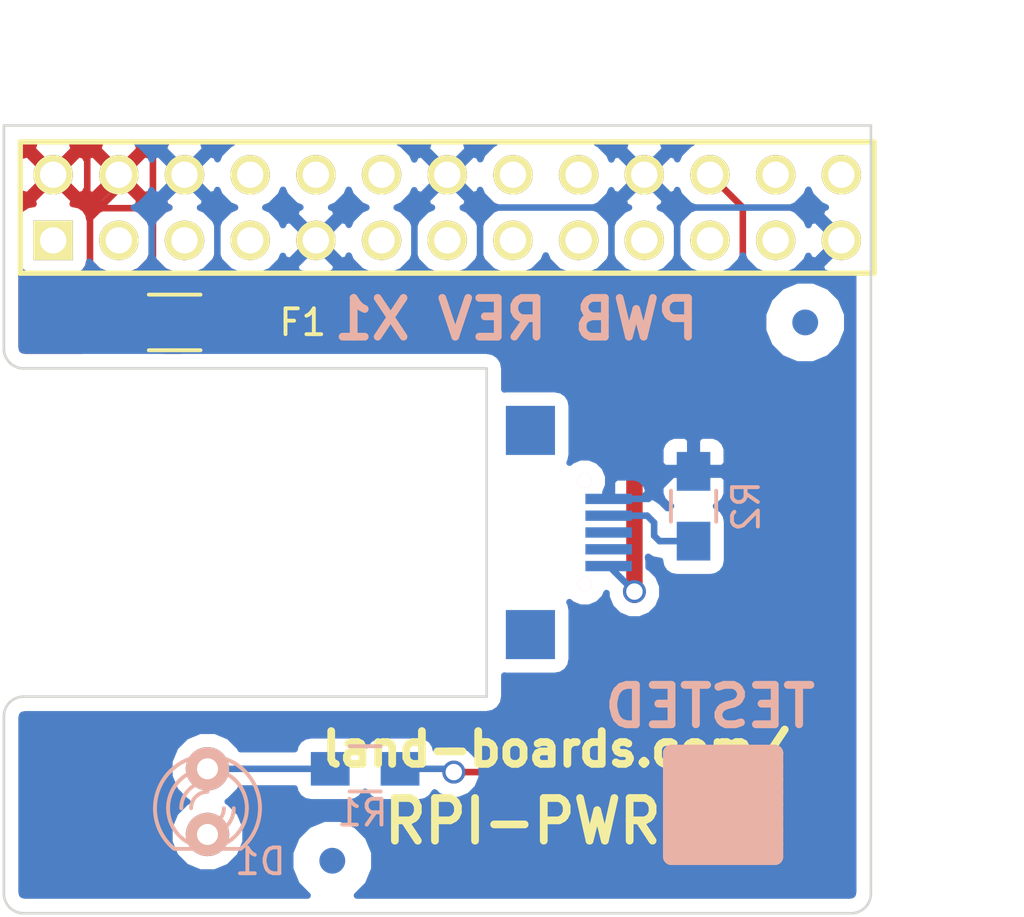
<source format=kicad_pcb>
(kicad_pcb (version 4) (host pcbnew 4.0.1-stable)

  (general
    (links 12)
    (no_connects 0)
    (area -0.050001 -4.501 42.468714 32.4358)
    (thickness 1.6)
    (drawings 18)
    (tracks 49)
    (zones 0)
    (modules 9)
    (nets 7)
  )

  (page A)
  (title_block
    (title RasPi-GVS-Plus-CFG)
    (rev X1)
    (company land-boards.com)
  )

  (layers
    (0 F.Cu signal)
    (31 B.Cu signal hide)
    (36 B.SilkS user)
    (37 F.SilkS user)
    (38 B.Mask user)
    (39 F.Mask user)
    (40 Dwgs.User user)
    (41 Cmts.User user)
    (44 Edge.Cuts user)
  )

  (setup
    (last_trace_width 0.635)
    (user_trace_width 0.2032)
    (user_trace_width 0.635)
    (trace_clearance 0.2032)
    (zone_clearance 0.254)
    (zone_45_only no)
    (trace_min 0.2032)
    (segment_width 0.2)
    (edge_width 0.1)
    (via_size 0.889)
    (via_drill 0.635)
    (via_min_size 0.889)
    (via_min_drill 0.508)
    (uvia_size 0.508)
    (uvia_drill 0.127)
    (uvias_allowed no)
    (uvia_min_size 0.508)
    (uvia_min_drill 0.127)
    (pcb_text_width 0.3)
    (pcb_text_size 1.5 1.5)
    (mod_edge_width 0.15)
    (mod_text_size 1.27 1.27)
    (mod_text_width 0.254)
    (pad_size 1 1)
    (pad_drill 0)
    (pad_to_mask_clearance 0)
    (aux_axis_origin 0 0)
    (visible_elements 7FFFFF7F)
    (pcbplotparams
      (layerselection 0x010f0_80000001)
      (usegerberextensions false)
      (excludeedgelayer true)
      (linewidth 0.150000)
      (plotframeref false)
      (viasonmask false)
      (mode 1)
      (useauxorigin false)
      (hpglpennumber 1)
      (hpglpenspeed 20)
      (hpglpendiameter 15)
      (hpglpenoverlay 2)
      (psnegative false)
      (psa4output false)
      (plotreference true)
      (plotvalue true)
      (plotinvisibletext false)
      (padsonsilk false)
      (subtractmaskfromsilk false)
      (outputformat 1)
      (mirror false)
      (drillshape 0)
      (scaleselection 1)
      (outputdirectory plots/))
  )

  (net 0 "")
  (net 1 /+5V)
  (net 2 /+5V-USB)
  (net 3 /GND)
  (net 4 /PUP0)
  (net 5 "Net-(J1-Pad4)")
  (net 6 "Net-(J2-Pad22)")

  (net_class Default "This is the default net class."
    (clearance 0.2032)
    (trace_width 0.254)
    (via_dia 0.889)
    (via_drill 0.635)
    (uvia_dia 0.508)
    (uvia_drill 0.127)
    (add_net /+5V)
    (add_net /+5V-USB)
    (add_net /GND)
    (add_net /PUP0)
    (add_net "Net-(J1-Pad4)")
    (add_net "Net-(J2-Pad22)")
  )

  (net_class POWER025 ""
    (clearance 0.381)
    (trace_width 0.635)
    (via_dia 0.889)
    (via_drill 0.635)
    (uvia_dia 0.508)
    (uvia_drill 0.127)
  )

  (module FIDUCIAL (layer B.Cu) (tedit 518BF783) (tstamp 53F20D67)
    (at 30.988 7.62)
    (path /53F2073B)
    (fp_text reference FID1 (at 0 -2.3495) (layer B.SilkS) hide
      (effects (font (size 1.27 1.27) (thickness 0.254)) (justify mirror))
    )
    (fp_text value CONN_1 (at 0.127 2.794) (layer B.SilkS) hide
      (effects (font (size 1.016 1.016) (thickness 0.2032)) (justify mirror))
    )
    (pad 1 smd circle (at 0 0) (size 1 1) (layers B.Cu B.Mask)
      (solder_mask_margin 1) (clearance 1))
  )

  (module FIDUCIAL (layer B.Cu) (tedit 5765A682) (tstamp 53F20D6C)
    (at 12.7 28.448)
    (path /53F2074A)
    (fp_text reference FID2 (at 0 -2.3495) (layer B.SilkS) hide
      (effects (font (size 1.27 1.27) (thickness 0.254)) (justify mirror))
    )
    (fp_text value CONN_1 (at 0.127 2.794) (layer B.SilkS) hide
      (effects (font (size 1.016 1.016) (thickness 0.2032)) (justify mirror))
    )
    (pad 1 smd circle (at 0 0) (size 1 1) (layers B.Cu B.Mask)
      (solder_mask_margin 1) (clearance 1))
  )

  (module pin_array_13x2 (layer F.Cu) (tedit 5765A6FB) (tstamp 54848BB4)
    (at 17.145 3.175)
    (descr "2 x 13 pins connector")
    (tags CONN)
    (path /54848B62)
    (clearance 0.2032)
    (fp_text reference J2 (at -15.367 3.683) (layer F.SilkS) hide
      (effects (font (size 1.27 1.27) (thickness 0.254)))
    )
    (fp_text value RASPIO (at 6.145 3.454) (layer F.SilkS) hide
      (effects (font (size 1.016 1.016) (thickness 0.2032)))
    )
    (fp_line (start -16.51 2.54) (end 16.51 2.54) (layer F.SilkS) (width 0.2032))
    (fp_line (start 16.51 -2.54) (end -16.51 -2.54) (layer F.SilkS) (width 0.2032))
    (fp_line (start -16.51 -2.54) (end -16.51 2.54) (layer F.SilkS) (width 0.2032))
    (fp_line (start 16.51 2.54) (end 16.51 -2.54) (layer F.SilkS) (width 0.2032))
    (pad 1 thru_hole rect (at -15.24 1.27) (size 1.524 1.524) (drill 1.016) (layers *.Cu *.Mask F.SilkS))
    (pad 2 thru_hole circle (at -15.24 -1.27) (size 1.524 1.524) (drill 1.016) (layers *.Cu *.Mask F.SilkS)
      (net 1 /+5V))
    (pad 3 thru_hole circle (at -12.7 1.27) (size 1.524 1.524) (drill 1.016) (layers *.Cu *.Mask F.SilkS))
    (pad 4 thru_hole circle (at -12.7 -1.27) (size 1.524 1.524) (drill 1.016) (layers *.Cu *.Mask F.SilkS)
      (net 1 /+5V))
    (pad 5 thru_hole circle (at -10.16 1.27) (size 1.524 1.524) (drill 1.016) (layers *.Cu *.Mask F.SilkS))
    (pad 6 thru_hole circle (at -10.16 -1.27) (size 1.524 1.524) (drill 1.016) (layers *.Cu *.Mask F.SilkS)
      (net 3 /GND))
    (pad 7 thru_hole circle (at -7.62 1.27) (size 1.524 1.524) (drill 1.016) (layers *.Cu *.Mask F.SilkS))
    (pad 8 thru_hole circle (at -7.62 -1.27) (size 1.524 1.524) (drill 1.016) (layers *.Cu *.Mask F.SilkS))
    (pad 9 thru_hole circle (at -5.08 1.27) (size 1.524 1.524) (drill 1.016) (layers *.Cu *.Mask F.SilkS)
      (net 3 /GND))
    (pad 10 thru_hole circle (at -5.08 -1.27) (size 1.524 1.524) (drill 1.016) (layers *.Cu *.Mask F.SilkS))
    (pad 11 thru_hole circle (at -2.54 1.27) (size 1.524 1.524) (drill 1.016) (layers *.Cu *.Mask F.SilkS))
    (pad 12 thru_hole circle (at -2.54 -1.27) (size 1.524 1.524) (drill 1.016) (layers *.Cu *.Mask F.SilkS))
    (pad 13 thru_hole circle (at 0 1.27) (size 1.524 1.524) (drill 1.016) (layers *.Cu *.Mask F.SilkS))
    (pad 14 thru_hole circle (at 0 -1.27) (size 1.524 1.524) (drill 1.016) (layers *.Cu *.Mask F.SilkS)
      (net 3 /GND))
    (pad 15 thru_hole circle (at 2.54 1.27) (size 1.524 1.524) (drill 1.016) (layers *.Cu *.Mask F.SilkS))
    (pad 16 thru_hole circle (at 2.54 -1.27) (size 1.524 1.524) (drill 1.016) (layers *.Cu *.Mask F.SilkS))
    (pad 17 thru_hole circle (at 5.08 1.27) (size 1.524 1.524) (drill 1.016) (layers *.Cu *.Mask F.SilkS))
    (pad 18 thru_hole circle (at 5.08 -1.27) (size 1.524 1.524) (drill 1.016) (layers *.Cu *.Mask F.SilkS))
    (pad 19 thru_hole circle (at 7.62 1.27) (size 1.524 1.524) (drill 1.016) (layers *.Cu *.Mask F.SilkS))
    (pad 20 thru_hole circle (at 7.62 -1.27) (size 1.524 1.524) (drill 1.016) (layers *.Cu *.Mask F.SilkS)
      (net 3 /GND))
    (pad 21 thru_hole circle (at 10.16 1.27) (size 1.524 1.524) (drill 1.016) (layers *.Cu *.Mask F.SilkS))
    (pad 22 thru_hole circle (at 10.16 -1.27) (size 1.524 1.524) (drill 1.016) (layers *.Cu *.Mask F.SilkS)
      (net 6 "Net-(J2-Pad22)"))
    (pad 23 thru_hole circle (at 12.7 1.27) (size 1.524 1.524) (drill 1.016) (layers *.Cu *.Mask F.SilkS))
    (pad 24 thru_hole circle (at 12.7 -1.27) (size 1.524 1.524) (drill 1.016) (layers *.Cu *.Mask F.SilkS))
    (pad 25 thru_hole circle (at 15.24 1.27) (size 1.524 1.524) (drill 1.016) (layers *.Cu *.Mask F.SilkS)
      (net 3 /GND))
    (pad 26 thru_hole circle (at 15.24 -1.27) (size 1.524 1.524) (drill 1.016) (layers *.Cu *.Mask F.SilkS))
    (model pin_array/pins_array_13x2.wrl
      (at (xyz 0 0 0))
      (scale (xyz 1 1 1))
      (rotate (xyz 0 0 0))
    )
  )

  (module LEDs:LED-3MM (layer B.Cu) (tedit 5626AA32) (tstamp 5536AE98)
    (at 7.874 26.162 270)
    (descr "LED 3mm - Lead pitch 100mil (2,54mm)")
    (tags "LED led 3mm 3MM 100mil 2,54mm")
    (path /548489AA)
    (fp_text reference D1 (at 2.316 -2.042 540) (layer B.SilkS)
      (effects (font (size 1 1) (thickness 0.15)) (justify mirror))
    )
    (fp_text value LED (at 0 -2.54 270) (layer B.SilkS) hide
      (effects (font (size 1 1) (thickness 0.15)) (justify mirror))
    )
    (fp_line (start 1.8288 -1.27) (end 1.8288 1.27) (layer B.SilkS) (width 0.15))
    (fp_arc (start 0.254 0) (end -1.27 0) (angle -39.8) (layer B.SilkS) (width 0.15))
    (fp_arc (start 0.254 0) (end -0.88392 -1.01092) (angle -41.6) (layer B.SilkS) (width 0.15))
    (fp_arc (start 0.254 0) (end 1.4097 0.9906) (angle -40.6) (layer B.SilkS) (width 0.15))
    (fp_arc (start 0.254 0) (end 1.778 0) (angle -39.8) (layer B.SilkS) (width 0.15))
    (fp_arc (start 0.254 0) (end 0.254 1.524) (angle -54.4) (layer B.SilkS) (width 0.15))
    (fp_arc (start 0.254 0) (end -0.9652 0.9144) (angle -53.1) (layer B.SilkS) (width 0.15))
    (fp_arc (start 0.254 0) (end 1.45542 -0.93472) (angle -52.1) (layer B.SilkS) (width 0.15))
    (fp_arc (start 0.254 0) (end 0.254 -1.524) (angle -52.1) (layer B.SilkS) (width 0.15))
    (fp_arc (start 0.254 0) (end -0.381 0) (angle -90) (layer B.SilkS) (width 0.15))
    (fp_arc (start 0.254 0) (end -0.762 0) (angle -90) (layer B.SilkS) (width 0.15))
    (fp_arc (start 0.254 0) (end 0.889 0) (angle -90) (layer B.SilkS) (width 0.15))
    (fp_arc (start 0.254 0) (end 1.27 0) (angle -90) (layer B.SilkS) (width 0.15))
    (fp_arc (start 0.254 0) (end 0.254 2.032) (angle -50.1) (layer B.SilkS) (width 0.15))
    (fp_arc (start 0.254 0) (end -1.5367 0.95504) (angle -61.9) (layer B.SilkS) (width 0.15))
    (fp_arc (start 0.254 0) (end 1.8034 -1.31064) (angle -49.7) (layer B.SilkS) (width 0.15))
    (fp_arc (start 0.254 0) (end 0.254 -2.032) (angle -60.2) (layer B.SilkS) (width 0.15))
    (fp_arc (start 0.254 0) (end -1.778 0) (angle -28.3) (layer B.SilkS) (width 0.15))
    (fp_arc (start 0.254 0) (end -1.47574 -1.06426) (angle -31.6) (layer B.SilkS) (width 0.15))
    (pad 1 thru_hole circle (at -1.27 0 270) (size 1.6764 1.6764) (drill 0.8128) (layers *.Cu *.Mask B.SilkS)
      (net 4 /PUP0))
    (pad 2 thru_hole circle (at 1.27 0 270) (size 1.6764 1.6764) (drill 0.8128) (layers *.Cu *.Mask B.SilkS))
    (model LEDs.3dshapes/LED-3MM.wrl
      (at (xyz 0 0 0))
      (scale (xyz 1 1 1))
      (rotate (xyz 0 0 0))
    )
  )

  (module Resistors_SMD:R_0805_HandSoldering (layer B.Cu) (tedit 5765A715) (tstamp 562666D7)
    (at 26.67 14.732 90)
    (descr "Resistor SMD 0805, hand soldering")
    (tags "resistor 0805")
    (path /562667AB)
    (attr smd)
    (fp_text reference R2 (at 0 2.032 90) (layer B.SilkS)
      (effects (font (size 1 1) (thickness 0.15)) (justify mirror))
    )
    (fp_text value 130K (at 0 -2.1 90) (layer Dwgs.User) hide
      (effects (font (size 1 1) (thickness 0.15)))
    )
    (fp_line (start -2.4 1) (end 2.4 1) (layer B.CrtYd) (width 0.05))
    (fp_line (start -2.4 -1) (end 2.4 -1) (layer B.CrtYd) (width 0.05))
    (fp_line (start -2.4 1) (end -2.4 -1) (layer B.CrtYd) (width 0.05))
    (fp_line (start 2.4 1) (end 2.4 -1) (layer B.CrtYd) (width 0.05))
    (fp_line (start 0.6 -0.875) (end -0.6 -0.875) (layer B.SilkS) (width 0.15))
    (fp_line (start -0.6 0.875) (end 0.6 0.875) (layer B.SilkS) (width 0.15))
    (pad 1 smd rect (at -1.35 0 90) (size 1.5 1.3) (layers B.Cu B.Mask)
      (net 5 "Net-(J1-Pad4)"))
    (pad 2 smd rect (at 1.35 0 90) (size 1.5 1.3) (layers B.Cu B.Mask)
      (net 3 /GND))
    (model Resistors_SMD.3dshapes/R_0805_HandSoldering.wrl
      (at (xyz 0 0 0))
      (scale (xyz 1 1 1))
      (rotate (xyz 0 0 0))
    )
  )

  (module Resistors_SMD:R_0805_HandSoldering (layer B.Cu) (tedit 5626A9C0) (tstamp 56269567)
    (at 13.97 24.892 180)
    (descr "Resistor SMD 0805, hand soldering")
    (tags "resistor 0805")
    (path /54848962)
    (attr smd)
    (fp_text reference R1 (at 0.1065 -1.704 180) (layer B.SilkS)
      (effects (font (size 1 1) (thickness 0.15)) (justify mirror))
    )
    (fp_text value 270 (at 0 -2.1 180) (layer Dwgs.User) hide
      (effects (font (size 1 1) (thickness 0.15)))
    )
    (fp_line (start -2.4 1) (end 2.4 1) (layer B.CrtYd) (width 0.05))
    (fp_line (start -2.4 -1) (end 2.4 -1) (layer B.CrtYd) (width 0.05))
    (fp_line (start -2.4 1) (end -2.4 -1) (layer B.CrtYd) (width 0.05))
    (fp_line (start 2.4 1) (end 2.4 -1) (layer B.CrtYd) (width 0.05))
    (fp_line (start 0.6 -0.875) (end -0.6 -0.875) (layer B.SilkS) (width 0.15))
    (fp_line (start -0.6 0.875) (end 0.6 0.875) (layer B.SilkS) (width 0.15))
    (pad 1 smd rect (at -1.35 0 180) (size 1.5 1.3) (layers B.Cu B.Mask)
      (net 6 "Net-(J2-Pad22)"))
    (pad 2 smd rect (at 1.35 0 180) (size 1.5 1.3) (layers B.Cu B.Mask)
      (net 4 /PUP0))
    (model Resistors_SMD.3dshapes/R_0805_HandSoldering.wrl
      (at (xyz 0 0 0))
      (scale (xyz 1 1 1))
      (rotate (xyz 0 0 0))
    )
  )

  (module DougsNewMods:USB_Micro-B-Wellco-SMT (layer B.Cu) (tedit 5765A704) (tstamp 5626955B)
    (at 22.987 15.748 90)
    (descr "Micro USB Type B Receptacle")
    (tags "USB USB_B USB_micro USB_OTG")
    (path /562660F8)
    (attr smd)
    (fp_text reference J1 (at -3.494 2.082 90) (layer B.SilkS) hide
      (effects (font (size 1 1) (thickness 0.15)) (justify mirror))
    )
    (fp_text value USB-MICRO-B (at 0 -4.8 90) (layer Dwgs.User) hide
      (effects (font (size 1 1) (thickness 0.15)))
    )
    (pad 1 smd rect (at -1.3 0.4 90) (size 0.4 1.8) (layers B.Cu B.Mask)
      (net 2 /+5V-USB))
    (pad 2 smd rect (at -0.65 0.4 90) (size 0.4 1.8) (layers B.Cu B.Mask))
    (pad 3 smd rect (at 0 0.4 90) (size 0.4 1.8) (layers B.Cu B.Mask))
    (pad 4 smd rect (at 0.65 0.4 90) (size 0.4 1.8) (layers B.Cu B.Mask)
      (net 5 "Net-(J1-Pad4)"))
    (pad 5 smd rect (at 1.3 0.4 90) (size 0.4 1.8) (layers B.Cu B.Mask)
      (net 3 /GND))
    (pad "" np_thru_hole circle (at -2 -0.525) (size 0.55 0.55) (drill 0.55) (layers *.Cu *.Mask B.SilkS))
    (pad "" np_thru_hole circle (at 2 -0.525) (size 0.55 0.55) (drill oval 0.55) (layers *.Cu *.Mask B.SilkS))
    (pad 7 smd rect (at -3.95 -2.625) (size 1.9 1.9) (layers B.Cu B.Mask))
    (pad 6 smd rect (at 3.95 -2.625) (size 1.9 1.9) (layers B.Cu B.Mask))
  )

  (module REV_BLOCK (layer B.Cu) (tedit 5765A52B) (tstamp 57659EA3)
    (at 27.813 26.289)
    (path /53B1CE86)
    (fp_text reference TESTED (at -0.508 -3.81) (layer B.SilkS)
      (effects (font (thickness 0.3048)) (justify mirror))
    )
    (fp_text value COUPON (at 0 -4) (layer B.SilkS) hide
      (effects (font (thickness 0.3048)) (justify mirror))
    )
    (fp_line (start 2 2) (end 2 -2) (layer B.SilkS) (width 0.65))
    (fp_line (start 2 -2) (end -2 -2) (layer B.SilkS) (width 0.65))
    (fp_line (start -2 -2) (end -2 2) (layer B.SilkS) (width 0.65))
    (fp_line (start -2 -2) (end 2 -2) (layer B.SilkS) (width 0.65))
    (fp_line (start -2 -1.5) (end 2 -1.5) (layer B.SilkS) (width 0.65))
    (fp_line (start -2 -1) (end 2 -1) (layer B.SilkS) (width 0.65))
    (fp_line (start -2 -0.5) (end 2 -0.5) (layer B.SilkS) (width 0.65))
    (fp_line (start -2 0) (end 2 0) (layer B.SilkS) (width 0.65))
    (fp_line (start -2 0.5) (end 2 0.5) (layer B.SilkS) (width 0.65))
    (fp_line (start -2 1) (end 2 1) (layer B.SilkS) (width 0.65))
    (fp_line (start -2 2) (end 2 2) (layer B.SilkS) (width 0.65))
    (fp_line (start -2 1.5) (end 2 1.5) (layer B.SilkS) (width 0.65))
    (fp_line (start -2 2) (end 2 2) (layer B.SilkS) (width 0.15))
    (fp_line (start 2 2) (end 2 -2) (layer B.SilkS) (width 0.15))
    (fp_line (start 2 -2) (end -2 -2) (layer B.SilkS) (width 0.15))
    (fp_line (start -2 -2) (end -2 2) (layer B.SilkS) (width 0.15))
  )

  (module Resistors_SMD:R_1206_HandSoldering (layer F.Cu) (tedit 5765A6AB) (tstamp 57659FDE)
    (at 6.604 7.62)
    (descr "Resistor SMD 1206, hand soldering")
    (tags "resistor 1206")
    (path /5765A9D0)
    (attr smd)
    (fp_text reference F1 (at 4.953 0) (layer F.SilkS)
      (effects (font (size 1 1) (thickness 0.15)))
    )
    (fp_text value FUSE (at 0 2.3) (layer F.Fab) hide
      (effects (font (size 1 1) (thickness 0.15)))
    )
    (fp_line (start -3.3 -1.2) (end 3.3 -1.2) (layer F.CrtYd) (width 0.05))
    (fp_line (start -3.3 1.2) (end 3.3 1.2) (layer F.CrtYd) (width 0.05))
    (fp_line (start -3.3 -1.2) (end -3.3 1.2) (layer F.CrtYd) (width 0.05))
    (fp_line (start 3.3 -1.2) (end 3.3 1.2) (layer F.CrtYd) (width 0.05))
    (fp_line (start 1 1.075) (end -1 1.075) (layer F.SilkS) (width 0.15))
    (fp_line (start -1 -1.075) (end 1 -1.075) (layer F.SilkS) (width 0.15))
    (pad 1 smd rect (at -2 0) (size 2 1.7) (layers F.Cu F.Mask)
      (net 1 /+5V))
    (pad 2 smd rect (at 2 0) (size 2 1.7) (layers F.Cu F.Mask)
      (net 2 /+5V-USB))
    (model Resistors_SMD.3dshapes/R_1206_HandSoldering.wrl
      (at (xyz 0 0 0))
      (scale (xyz 1 1 1))
      (rotate (xyz 0 0 0))
    )
  )

  (dimension 18.669432 (width 0.3) (layer Dwgs.User)
    (gr_text "0.7350 in" (at 9.360109 18.269915 359.6102388) (layer Dwgs.User)
      (effects (font (size 1.5 1.5) (thickness 0.3)))
    )
    (feature1 (pts (xy 0 21.971) (xy 0.034793 16.856446)))
    (feature2 (pts (xy 18.669 22.098) (xy 18.703793 16.983446)))
    (crossbar (pts (xy 18.685426 19.683384) (xy 0.016426 19.556384)))
    (arrow1a (pts (xy 0.016426 19.556384) (xy 1.146893 18.97764)))
    (arrow1b (pts (xy 0.016426 19.556384) (xy 1.138915 20.150454)))
    (arrow2a (pts (xy 18.685426 19.683384) (xy 17.562937 19.089314)))
    (arrow2b (pts (xy 18.685426 19.683384) (xy 17.554959 20.262128)))
  )
  (gr_line (start 18.669 9.398) (end 0.762 9.398) (angle 90) (layer Edge.Cuts) (width 0.1))
  (gr_line (start 0.762 22.098) (end 18.669 22.098) (angle 90) (layer Edge.Cuts) (width 0.1))
  (dimension 30.48 (width 0.3) (layer Dwgs.User)
    (gr_text "1.2000 in" (at 36.782999 15.24 270) (layer Dwgs.User)
      (effects (font (size 1.5 1.5) (thickness 0.3)))
    )
    (feature1 (pts (xy 33.528 30.48) (xy 38.132999 30.48)))
    (feature2 (pts (xy 33.528 0) (xy 38.132999 0)))
    (crossbar (pts (xy 35.432999 0) (xy 35.432999 30.48)))
    (arrow1a (pts (xy 35.432999 30.48) (xy 34.846578 29.353496)))
    (arrow1b (pts (xy 35.432999 30.48) (xy 36.01942 29.353496)))
    (arrow2a (pts (xy 35.432999 0) (xy 34.846578 1.126504)))
    (arrow2b (pts (xy 35.432999 0) (xy 36.01942 1.126504)))
  )
  (dimension 33.528 (width 0.3) (layer Dwgs.User)
    (gr_text "1.3200 in" (at 16.764 -3.001) (layer Dwgs.User)
      (effects (font (size 1.5 1.5) (thickness 0.3)))
    )
    (feature1 (pts (xy 33.528 0) (xy 33.528 -4.351)))
    (feature2 (pts (xy 0 0) (xy 0 -4.351)))
    (crossbar (pts (xy 0 -1.651) (xy 33.528 -1.651)))
    (arrow1a (pts (xy 33.528 -1.651) (xy 32.401496 -1.064579)))
    (arrow1b (pts (xy 33.528 -1.651) (xy 32.401496 -2.237421)))
    (arrow2a (pts (xy 0 -1.651) (xy 1.126504 -1.064579)))
    (arrow2b (pts (xy 0 -1.651) (xy 1.126504 -2.237421)))
  )
  (gr_line (start 0.762 30.48) (end 32.766 30.48) (angle 90) (layer Edge.Cuts) (width 0.1))
  (gr_line (start 33.528 0) (end 0 0) (angle 90) (layer Edge.Cuts) (width 0.1))
  (gr_line (start 33.528 29.718) (end 33.528 0) (angle 90) (layer Edge.Cuts) (width 0.1))
  (gr_arc (start 32.766 29.718) (end 33.528 29.718) (angle 90) (layer Edge.Cuts) (width 0.1))
  (gr_line (start 0 22.86) (end 0 29.718) (angle 90) (layer Edge.Cuts) (width 0.1))
  (gr_arc (start 0.762 29.718) (end 0.762 30.48) (angle 90) (layer Edge.Cuts) (width 0.1) (tstamp 5765A058))
  (gr_line (start 18.669 9.398) (end 18.669 22.098) (angle 90) (layer Edge.Cuts) (width 0.1))
  (gr_line (start 0 8.636) (end 0 0) (angle 90) (layer Edge.Cuts) (width 0.1))
  (gr_arc (start 0.762 8.636) (end 0.762 9.398) (angle 90) (layer Edge.Cuts) (width 0.1))
  (gr_arc (start 0.762 22.86) (end 0 22.86) (angle 90) (layer Edge.Cuts) (width 0.1))
  (gr_text "PWB REV X1" (at 19.812 7.493) (layer B.SilkS)
    (effects (font (size 1.5 1.5) (thickness 0.3)) (justify mirror))
  )
  (gr_text land-boards.com/ (at 21.336 24.13) (layer F.SilkS)
    (effects (font (size 1.27 1.27) (thickness 0.3)))
  )
  (gr_text RPI-PWR (at 20.066 26.924) (layer F.SilkS)
    (effects (font (size 1.651 1.55) (thickness 0.3)))
  )

  (segment (start 4.445 1.905) (end 4.445 2.445) (width 0.254) (layer F.Cu) (net 1) (status 30))
  (segment (start 4.445 2.445) (end 3.33 3.56) (width 0.254) (layer F.Cu) (net 1) (tstamp 56770420) (status 10))
  (segment (start 3.33 3.56) (end 3.33 5.87) (width 0.254) (layer F.Cu) (net 1) (tstamp 56770422))
  (segment (start 3.33 5.87) (end 3.41 5.95) (width 0.254) (layer F.Cu) (net 1) (tstamp 56770424))
  (segment (start 3.224 3.2) (end 3.224 0.914) (width 0.254) (layer F.Cu) (net 1))
  (segment (start 5.764 3.2) (end 5.764 0.914) (width 0.254) (layer F.Cu) (net 1))
  (segment (start 3.224 3.2) (end 5.764 3.2) (width 0.254) (layer F.Cu) (net 1))
  (segment (start 5.764 3.2) (end 5.764 5.232) (width 0.254) (layer F.Cu) (net 1) (tstamp 553679D3))
  (segment (start 1.905 1.905) (end 1.929 1.905) (width 0.254) (layer F.Cu) (net 1) (status 30))
  (segment (start 1.929 1.905) (end 3.224 3.2) (width 0.254) (layer F.Cu) (net 1) (tstamp 553679CF) (status 10))
  (segment (start 8.604 7.62) (end 22.733 7.62) (width 0.635) (layer F.Cu) (net 2))
  (segment (start 24.384 9.271) (end 24.384 18.034) (width 0.635) (layer F.Cu) (net 2) (tstamp 5765A62D))
  (segment (start 22.733 7.62) (end 24.384 9.271) (width 0.635) (layer F.Cu) (net 2) (tstamp 5765A62B))
  (segment (start 23.387 17.048) (end 23.398 17.048) (width 0.254) (layer B.Cu) (net 2))
  (segment (start 23.398 17.048) (end 24.384 18.034) (width 0.254) (layer B.Cu) (net 2) (tstamp 5765A5A2))
  (via (at 24.384 18.034) (size 0.889) (drill 0.635) (layers F.Cu B.Cu) (net 2))
  (segment (start 23.387 14.448) (end 24.922 14.448) (width 0.254) (layer B.Cu) (net 3))
  (segment (start 25.988 13.382) (end 26.67 13.382) (width 0.254) (layer B.Cu) (net 3) (tstamp 5765A596))
  (segment (start 24.922 14.448) (end 25.988 13.382) (width 0.254) (layer B.Cu) (net 3) (tstamp 5765A594))
  (segment (start 12.065 4.445) (end 12.139 4.445) (width 0.254) (layer F.Cu) (net 3) (status 30))
  (segment (start 23.495 3.175) (end 18.415 3.175) (width 0.254) (layer B.Cu) (net 3))
  (segment (start 31.242 3.175) (end 26.035 3.175) (width 0.254) (layer B.Cu) (net 3))
  (segment (start 8.255 5.207) (end 8.255 3.175) (width 0.254) (layer B.Cu) (net 3))
  (segment (start 8.255 3.175) (end 6.985 1.905) (width 0.254) (layer B.Cu) (net 3) (tstamp 5484946E) (status 20))
  (segment (start 26.035 5.334) (end 26.035 3.175) (width 0.254) (layer B.Cu) (net 3))
  (segment (start 26.035 3.175) (end 24.765 1.905) (width 0.254) (layer B.Cu) (net 3) (tstamp 54849488) (status 20))
  (segment (start 18.415 5.334) (end 18.415 3.175) (width 0.254) (layer B.Cu) (net 3))
  (segment (start 18.415 3.175) (end 17.145 1.905) (width 0.254) (layer B.Cu) (net 3) (tstamp 5484947E) (status 20))
  (segment (start 5.715 5.08) (end 5.715 3.175) (width 0.254) (layer B.Cu) (net 3))
  (segment (start 5.715 3.175) (end 6.985 1.905) (width 0.254) (layer B.Cu) (net 3) (tstamp 54849476) (status 20))
  (segment (start 23.495 5.461) (end 23.495 3.175) (width 0.254) (layer B.Cu) (net 3))
  (segment (start 23.495 3.175) (end 24.765 1.905) (width 0.254) (layer B.Cu) (net 3) (tstamp 54849457) (status 20))
  (segment (start 15.875 5.207) (end 15.875 3.175) (width 0.254) (layer B.Cu) (net 3))
  (segment (start 15.875 3.175) (end 17.145 1.905) (width 0.254) (layer B.Cu) (net 3) (tstamp 54849449) (status 20))
  (segment (start 7.874 24.892) (end 12.62 24.892) (width 0.254) (layer B.Cu) (net 4) (status 30))
  (segment (start 23.387 15.098) (end 24.877 15.098) (width 0.254) (layer B.Cu) (net 5))
  (segment (start 25.353 16.082) (end 26.67 16.082) (width 0.254) (layer B.Cu) (net 5) (tstamp 5765A59D))
  (segment (start 25.146 15.875) (end 25.353 16.082) (width 0.254) (layer B.Cu) (net 5) (tstamp 5765A59C))
  (segment (start 25.146 15.367) (end 25.146 15.875) (width 0.254) (layer B.Cu) (net 5) (tstamp 5765A59B))
  (segment (start 24.877 15.098) (end 25.146 15.367) (width 0.254) (layer B.Cu) (net 5) (tstamp 5765A59A))
  (segment (start 27.305 1.905) (end 28.575 3.175) (width 0.254) (layer F.Cu) (net 6) (status 10))
  (segment (start 17.272 24.892) (end 15.32 24.892) (width 0.254) (layer B.Cu) (net 6) (tstamp 5765A377) (status 20))
  (segment (start 17.399 25.019) (end 17.272 24.892) (width 0.254) (layer B.Cu) (net 6) (tstamp 5765A376))
  (via (at 17.399 25.019) (size 0.889) (drill 0.635) (layers F.Cu B.Cu) (net 6))
  (segment (start 22.225 25.019) (end 17.399 25.019) (width 0.254) (layer F.Cu) (net 6) (tstamp 5765A372))
  (segment (start 28.448 18.796) (end 22.225 25.019) (width 0.254) (layer F.Cu) (net 6) (tstamp 5765A36F))
  (segment (start 28.448 5.461) (end 28.448 18.796) (width 0.254) (layer F.Cu) (net 6) (tstamp 5765A36D))
  (segment (start 28.575 5.334) (end 28.448 5.461) (width 0.254) (layer F.Cu) (net 6) (tstamp 5765A36C))
  (segment (start 28.575 3.175) (end 28.575 5.334) (width 0.254) (layer F.Cu) (net 6) (tstamp 5765A36A))

  (zone (net 3) (net_name /GND) (layer B.Cu) (tstamp 548493DB) (hatch edge 0.508)
    (connect_pads (clearance 0.508))
    (min_thickness 0.254)
    (fill yes (arc_segments 16) (thermal_gap 0.508) (thermal_bridge_width 0.508))
    (polygon
      (pts
        (xy 0 0) (xy 33.655 0) (xy 33.655 30.48) (xy 0 30.48)
      )
    )
    (filled_polygon
      (pts
        (xy 31.19999 2.695303) (xy 31.59263 3.088629) (xy 31.784727 3.168395) (xy 31.653857 3.222603) (xy 31.584392 3.464787)
        (xy 32.385 4.265395) (xy 32.399143 4.251253) (xy 32.578748 4.430858) (xy 32.564605 4.445) (xy 32.578748 4.459143)
        (xy 32.399143 4.638748) (xy 32.385 4.624605) (xy 31.584392 5.425213) (xy 31.653857 5.667397) (xy 32.177302 5.854144)
        (xy 32.732368 5.826362) (xy 32.843 5.780537) (xy 32.843 29.650533) (xy 32.82474 29.742332) (xy 32.810958 29.762957)
        (xy 32.790331 29.77674) (xy 32.698533 29.795) (xy 13.653584 29.795) (xy 14.078499 29.370825) (xy 14.326717 28.77305)
        (xy 14.327282 28.125789) (xy 14.080108 27.527582) (xy 13.622825 27.069501) (xy 13.02505 26.821283) (xy 12.377789 26.820718)
        (xy 11.779582 27.067892) (xy 11.321501 27.525175) (xy 11.073283 28.12295) (xy 11.072718 28.770211) (xy 11.319892 29.368418)
        (xy 11.745731 29.795) (xy 0.829467 29.795) (xy 0.737668 29.77674) (xy 0.717043 29.762958) (xy 0.70326 29.742331)
        (xy 0.685 29.650533) (xy 0.685 25.183752) (xy 6.400545 25.183752) (xy 6.624353 25.725411) (xy 7.038409 26.14019)
        (xy 7.090392 26.161775) (xy 7.040589 26.182353) (xy 6.62581 26.596409) (xy 6.401056 27.137677) (xy 6.400545 27.723752)
        (xy 6.624353 28.265411) (xy 7.038409 28.68019) (xy 7.579677 28.904944) (xy 8.165752 28.905455) (xy 8.707411 28.681647)
        (xy 9.12219 28.267591) (xy 9.346944 27.726323) (xy 9.347455 27.140248) (xy 9.123647 26.598589) (xy 8.709591 26.18381)
        (xy 8.657608 26.162225) (xy 8.707411 26.141647) (xy 9.12219 25.727591) (xy 9.152748 25.654) (xy 11.243634 25.654)
        (xy 11.266838 25.777317) (xy 11.40591 25.993441) (xy 11.61811 26.138431) (xy 11.87 26.18944) (xy 13.37 26.18944)
        (xy 13.605317 26.145162) (xy 13.821441 26.00609) (xy 13.966431 25.79389) (xy 13.969081 25.780803) (xy 14.10591 25.993441)
        (xy 14.31811 26.138431) (xy 14.57 26.18944) (xy 16.07 26.18944) (xy 16.305317 26.145162) (xy 16.521441 26.00609)
        (xy 16.658627 25.805311) (xy 16.786714 25.933622) (xy 17.183332 26.098313) (xy 17.612784 26.098687) (xy 18.009689 25.934689)
        (xy 18.313622 25.631286) (xy 18.478313 25.234668) (xy 18.478687 24.805216) (xy 18.314689 24.408311) (xy 18.011286 24.104378)
        (xy 17.614668 23.939687) (xy 17.185216 23.939313) (xy 16.788311 24.103311) (xy 16.761575 24.13) (xy 16.696366 24.13)
        (xy 16.673162 24.006683) (xy 16.53409 23.790559) (xy 16.32189 23.645569) (xy 16.07 23.59456) (xy 14.57 23.59456)
        (xy 14.334683 23.638838) (xy 14.118559 23.77791) (xy 13.973569 23.99011) (xy 13.970919 24.003197) (xy 13.83409 23.790559)
        (xy 13.62189 23.645569) (xy 13.37 23.59456) (xy 11.87 23.59456) (xy 11.634683 23.638838) (xy 11.418559 23.77791)
        (xy 11.273569 23.99011) (xy 11.245241 24.13) (xy 9.153153 24.13) (xy 9.123647 24.058589) (xy 8.709591 23.64381)
        (xy 8.168323 23.419056) (xy 7.582248 23.418545) (xy 7.040589 23.642353) (xy 6.62581 24.056409) (xy 6.401056 24.597677)
        (xy 6.400545 25.183752) (xy 0.685 25.183752) (xy 0.685 22.927467) (xy 0.70326 22.835669) (xy 0.717043 22.815042)
        (xy 0.737668 22.80126) (xy 0.829467 22.783) (xy 18.669 22.783) (xy 18.931138 22.730857) (xy 19.153368 22.582368)
        (xy 19.301857 22.360138) (xy 19.354 22.098) (xy 19.354 21.283695) (xy 19.412 21.29544) (xy 21.312 21.29544)
        (xy 21.547317 21.251162) (xy 21.763441 21.11209) (xy 21.908431 20.89989) (xy 21.95944 20.648) (xy 21.95944 18.748)
        (xy 21.915162 18.512683) (xy 21.870952 18.443979) (xy 21.945853 18.519011) (xy 22.280196 18.657842) (xy 22.642216 18.658158)
        (xy 22.9768 18.51991) (xy 23.233011 18.264147) (xy 23.304449 18.092106) (xy 23.304313 18.247784) (xy 23.468311 18.644689)
        (xy 23.771714 18.948622) (xy 24.168332 19.113313) (xy 24.597784 19.113687) (xy 24.994689 18.949689) (xy 25.298622 18.646286)
        (xy 25.463313 18.249668) (xy 25.463687 17.820216) (xy 25.299689 17.423311) (xy 24.996286 17.119378) (xy 24.93444 17.093697)
        (xy 24.93444 16.848) (xy 24.910056 16.718411) (xy 24.916038 16.688872) (xy 25.061395 16.785996) (xy 25.353 16.844)
        (xy 25.374818 16.844) (xy 25.416838 17.067317) (xy 25.55591 17.283441) (xy 25.76811 17.428431) (xy 26.02 17.47944)
        (xy 27.32 17.47944) (xy 27.555317 17.435162) (xy 27.771441 17.29609) (xy 27.916431 17.08389) (xy 27.96744 16.832)
        (xy 27.96744 15.332) (xy 27.923162 15.096683) (xy 27.78409 14.880559) (xy 27.57189 14.735569) (xy 27.53851 14.728809)
        (xy 27.679699 14.670327) (xy 27.858327 14.491698) (xy 27.955 14.258309) (xy 27.955 13.66775) (xy 27.79625 13.509)
        (xy 26.797 13.509) (xy 26.797 13.529) (xy 26.543 13.529) (xy 26.543 13.509) (xy 25.54375 13.509)
        (xy 25.385 13.66775) (xy 25.385 14.258309) (xy 25.481673 14.491698) (xy 25.660301 14.670327) (xy 25.796287 14.726654)
        (xy 25.784683 14.728838) (xy 25.663468 14.806837) (xy 25.415815 14.559185) (xy 25.168605 14.394004) (xy 24.922 14.344951)
        (xy 24.922 14.320998) (xy 24.790252 14.320998) (xy 24.922 14.18925) (xy 24.922 14.121691) (xy 24.825327 13.888302)
        (xy 24.646699 13.709673) (xy 24.41331 13.613) (xy 23.67275 13.613) (xy 23.514 13.77175) (xy 23.514 14.25056)
        (xy 23.26 14.25056) (xy 23.26 14.19915) (xy 23.371842 13.929804) (xy 23.372158 13.567784) (xy 23.23391 13.2332)
        (xy 22.978147 12.976989) (xy 22.643804 12.838158) (xy 22.281784 12.837842) (xy 21.9472 12.97609) (xy 21.876406 13.04676)
        (xy 21.908431 12.99989) (xy 21.95944 12.748) (xy 21.95944 12.505691) (xy 25.385 12.505691) (xy 25.385 13.09625)
        (xy 25.54375 13.255) (xy 26.543 13.255) (xy 26.543 12.15575) (xy 26.797 12.15575) (xy 26.797 13.255)
        (xy 27.79625 13.255) (xy 27.955 13.09625) (xy 27.955 12.505691) (xy 27.858327 12.272302) (xy 27.679699 12.093673)
        (xy 27.44631 11.997) (xy 26.95575 11.997) (xy 26.797 12.15575) (xy 26.543 12.15575) (xy 26.38425 11.997)
        (xy 25.89369 11.997) (xy 25.660301 12.093673) (xy 25.481673 12.272302) (xy 25.385 12.505691) (xy 21.95944 12.505691)
        (xy 21.95944 10.848) (xy 21.915162 10.612683) (xy 21.77609 10.396559) (xy 21.56389 10.251569) (xy 21.312 10.20056)
        (xy 19.412 10.20056) (xy 19.354 10.211473) (xy 19.354 9.398) (xy 19.301857 9.135862) (xy 19.153368 8.913632)
        (xy 18.931138 8.765143) (xy 18.669 8.713) (xy 0.829467 8.713) (xy 0.737668 8.69474) (xy 0.717043 8.680958)
        (xy 0.70326 8.660331) (xy 0.685 8.568533) (xy 0.685 7.942211) (xy 29.360718 7.942211) (xy 29.607892 8.540418)
        (xy 30.065175 8.998499) (xy 30.66295 9.246717) (xy 31.310211 9.247282) (xy 31.908418 9.000108) (xy 32.366499 8.542825)
        (xy 32.614717 7.94505) (xy 32.615282 7.297789) (xy 32.368108 6.699582) (xy 31.910825 6.241501) (xy 31.31305 5.993283)
        (xy 30.665789 5.992718) (xy 30.067582 6.239892) (xy 29.609501 6.697175) (xy 29.361283 7.29495) (xy 29.360718 7.942211)
        (xy 0.685 7.942211) (xy 0.685 5.662602) (xy 0.89111 5.803431) (xy 1.143 5.85444) (xy 2.667 5.85444)
        (xy 2.902317 5.810162) (xy 3.118441 5.67109) (xy 3.263431 5.45889) (xy 3.300492 5.275876) (xy 3.65263 5.628629)
        (xy 4.1659 5.841757) (xy 4.721661 5.842242) (xy 5.235303 5.63001) (xy 5.628629 5.23737) (xy 5.714949 5.029488)
        (xy 5.79999 5.235303) (xy 6.19263 5.628629) (xy 6.7059 5.841757) (xy 7.261661 5.842242) (xy 7.775303 5.63001)
        (xy 8.168629 5.23737) (xy 8.254949 5.029488) (xy 8.33999 5.235303) (xy 8.73263 5.628629) (xy 9.2459 5.841757)
        (xy 9.801661 5.842242) (xy 10.315303 5.63001) (xy 10.520457 5.425213) (xy 11.264392 5.425213) (xy 11.333857 5.667397)
        (xy 11.857302 5.854144) (xy 12.412368 5.826362) (xy 12.796143 5.667397) (xy 12.865608 5.425213) (xy 12.065 4.624605)
        (xy 11.264392 5.425213) (xy 10.520457 5.425213) (xy 10.708629 5.23737) (xy 10.788395 5.045273) (xy 10.842603 5.176143)
        (xy 11.084787 5.245608) (xy 11.885395 4.445) (xy 11.084787 3.644392) (xy 10.842603 3.713857) (xy 10.792491 3.854318)
        (xy 10.71001 3.654697) (xy 10.31737 3.261371) (xy 10.109488 3.175051) (xy 10.315303 3.09001) (xy 10.708629 2.69737)
        (xy 10.794949 2.489488) (xy 10.87999 2.695303) (xy 11.27263 3.088629) (xy 11.464727 3.168395) (xy 11.333857 3.222603)
        (xy 11.264392 3.464787) (xy 12.065 4.265395) (xy 12.865608 3.464787) (xy 12.796143 3.222603) (xy 12.655682 3.172491)
        (xy 12.855303 3.09001) (xy 13.248629 2.69737) (xy 13.334949 2.489488) (xy 13.41999 2.695303) (xy 13.81263 3.088629)
        (xy 14.020512 3.174949) (xy 13.814697 3.25999) (xy 13.421371 3.65263) (xy 13.341605 3.844727) (xy 13.287397 3.713857)
        (xy 13.045213 3.644392) (xy 12.244605 4.445) (xy 13.045213 5.245608) (xy 13.287397 5.176143) (xy 13.337509 5.035682)
        (xy 13.41999 5.235303) (xy 13.81263 5.628629) (xy 14.3259 5.841757) (xy 14.881661 5.842242) (xy 15.395303 5.63001)
        (xy 15.788629 5.23737) (xy 15.874949 5.029488) (xy 15.95999 5.235303) (xy 16.35263 5.628629) (xy 16.8659 5.841757)
        (xy 17.421661 5.842242) (xy 17.935303 5.63001) (xy 18.328629 5.23737) (xy 18.414949 5.029488) (xy 18.49999 5.235303)
        (xy 18.89263 5.628629) (xy 19.4059 5.841757) (xy 19.961661 5.842242) (xy 20.475303 5.63001) (xy 20.868629 5.23737)
        (xy 20.954949 5.029488) (xy 21.03999 5.235303) (xy 21.43263 5.628629) (xy 21.9459 5.841757) (xy 22.501661 5.842242)
        (xy 23.015303 5.63001) (xy 23.408629 5.23737) (xy 23.494949 5.029488) (xy 23.57999 5.235303) (xy 23.97263 5.628629)
        (xy 24.4859 5.841757) (xy 25.041661 5.842242) (xy 25.555303 5.63001) (xy 25.948629 5.23737) (xy 26.034949 5.029488)
        (xy 26.11999 5.235303) (xy 26.51263 5.628629) (xy 27.0259 5.841757) (xy 27.581661 5.842242) (xy 28.095303 5.63001)
        (xy 28.488629 5.23737) (xy 28.574949 5.029488) (xy 28.65999 5.235303) (xy 29.05263 5.628629) (xy 29.5659 5.841757)
        (xy 30.121661 5.842242) (xy 30.635303 5.63001) (xy 31.028629 5.23737) (xy 31.108395 5.045273) (xy 31.162603 5.176143)
        (xy 31.404787 5.245608) (xy 32.205395 4.445) (xy 31.404787 3.644392) (xy 31.162603 3.713857) (xy 31.112491 3.854318)
        (xy 31.03001 3.654697) (xy 30.63737 3.261371) (xy 30.429488 3.175051) (xy 30.635303 3.09001) (xy 31.028629 2.69737)
        (xy 31.114949 2.489488)
      )
    )
    (filled_polygon
      (pts
        (xy 23.964392 0.924787) (xy 24.765 1.725395) (xy 25.565608 0.924787) (xy 25.496831 0.685) (xy 26.599379 0.685)
        (xy 26.514697 0.71999) (xy 26.121371 1.11263) (xy 26.041605 1.304727) (xy 25.987397 1.173857) (xy 25.745213 1.104392)
        (xy 24.944605 1.905) (xy 25.745213 2.705608) (xy 25.987397 2.636143) (xy 26.037509 2.495682) (xy 26.11999 2.695303)
        (xy 26.51263 3.088629) (xy 26.720512 3.174949) (xy 26.514697 3.25999) (xy 26.121371 3.65263) (xy 26.035051 3.860512)
        (xy 25.95001 3.654697) (xy 25.55737 3.261371) (xy 25.365273 3.181605) (xy 25.496143 3.127397) (xy 25.565608 2.885213)
        (xy 24.765 2.084605) (xy 23.964392 2.885213) (xy 24.033857 3.127397) (xy 24.174318 3.177509) (xy 23.974697 3.25999)
        (xy 23.581371 3.65263) (xy 23.495051 3.860512) (xy 23.41001 3.654697) (xy 23.01737 3.261371) (xy 22.809488 3.175051)
        (xy 23.015303 3.09001) (xy 23.408629 2.69737) (xy 23.488395 2.505273) (xy 23.542603 2.636143) (xy 23.784787 2.705608)
        (xy 24.585395 1.905) (xy 23.784787 1.104392) (xy 23.542603 1.173857) (xy 23.492491 1.314318) (xy 23.41001 1.114697)
        (xy 23.01737 0.721371) (xy 22.929779 0.685) (xy 24.033169 0.685)
      )
    )
    (filled_polygon
      (pts
        (xy 6.184392 0.924787) (xy 6.985 1.725395) (xy 7.785608 0.924787) (xy 7.716831 0.685) (xy 8.819379 0.685)
        (xy 8.734697 0.71999) (xy 8.341371 1.11263) (xy 8.261605 1.304727) (xy 8.207397 1.173857) (xy 7.965213 1.104392)
        (xy 7.164605 1.905) (xy 7.965213 2.705608) (xy 8.207397 2.636143) (xy 8.257509 2.495682) (xy 8.33999 2.695303)
        (xy 8.73263 3.088629) (xy 8.940512 3.174949) (xy 8.734697 3.25999) (xy 8.341371 3.65263) (xy 8.255051 3.860512)
        (xy 8.17001 3.654697) (xy 7.77737 3.261371) (xy 7.585273 3.181605) (xy 7.716143 3.127397) (xy 7.785608 2.885213)
        (xy 6.985 2.084605) (xy 6.184392 2.885213) (xy 6.253857 3.127397) (xy 6.394318 3.177509) (xy 6.194697 3.25999)
        (xy 5.801371 3.65263) (xy 5.715051 3.860512) (xy 5.63001 3.654697) (xy 5.23737 3.261371) (xy 5.029488 3.175051)
        (xy 5.235303 3.09001) (xy 5.628629 2.69737) (xy 5.708395 2.505273) (xy 5.762603 2.636143) (xy 6.004787 2.705608)
        (xy 6.805395 1.905) (xy 6.004787 1.104392) (xy 5.762603 1.173857) (xy 5.712491 1.314318) (xy 5.63001 1.114697)
        (xy 5.23737 0.721371) (xy 5.149779 0.685) (xy 6.253169 0.685)
      )
    )
    (filled_polygon
      (pts
        (xy 16.344392 0.924787) (xy 17.145 1.725395) (xy 17.945608 0.924787) (xy 17.876831 0.685) (xy 18.979379 0.685)
        (xy 18.894697 0.71999) (xy 18.501371 1.11263) (xy 18.421605 1.304727) (xy 18.367397 1.173857) (xy 18.125213 1.104392)
        (xy 17.324605 1.905) (xy 18.125213 2.705608) (xy 18.367397 2.636143) (xy 18.417509 2.495682) (xy 18.49999 2.695303)
        (xy 18.89263 3.088629) (xy 19.100512 3.174949) (xy 18.894697 3.25999) (xy 18.501371 3.65263) (xy 18.415051 3.860512)
        (xy 18.33001 3.654697) (xy 17.93737 3.261371) (xy 17.745273 3.181605) (xy 17.876143 3.127397) (xy 17.945608 2.885213)
        (xy 17.145 2.084605) (xy 16.344392 2.885213) (xy 16.413857 3.127397) (xy 16.554318 3.177509) (xy 16.354697 3.25999)
        (xy 15.961371 3.65263) (xy 15.875051 3.860512) (xy 15.79001 3.654697) (xy 15.39737 3.261371) (xy 15.189488 3.175051)
        (xy 15.395303 3.09001) (xy 15.788629 2.69737) (xy 15.868395 2.505273) (xy 15.922603 2.636143) (xy 16.164787 2.705608)
        (xy 16.965395 1.905) (xy 16.164787 1.104392) (xy 15.922603 1.173857) (xy 15.872491 1.314318) (xy 15.79001 1.114697)
        (xy 15.39737 0.721371) (xy 15.309779 0.685) (xy 16.413169 0.685)
      )
    )
  )
  (zone (net 1) (net_name /+5V) (layer F.Cu) (tstamp 54849400) (hatch edge 0.508)
    (connect_pads (clearance 0.508))
    (min_thickness 0.254)
    (fill yes (arc_segments 16) (thermal_gap 0.508) (thermal_bridge_width 0.508))
    (polygon
      (pts
        (xy 0 0) (xy 6.985 0) (xy 6.985 8.89) (xy 0 8.89)
      )
    )
    (filled_polygon
      (pts
        (xy 5.79999 5.235303) (xy 6.19263 5.628629) (xy 6.7059 5.841757) (xy 6.858 5.84189) (xy 6.858 8.713)
        (xy 6.190665 8.713) (xy 6.239 8.59631) (xy 6.239 7.90575) (xy 6.08025 7.747) (xy 4.731 7.747)
        (xy 4.731 7.767) (xy 4.477 7.767) (xy 4.477 7.747) (xy 3.12775 7.747) (xy 2.969 7.90575)
        (xy 2.969 8.59631) (xy 3.017335 8.713) (xy 0.829467 8.713) (xy 0.737668 8.69474) (xy 0.717043 8.680958)
        (xy 0.70326 8.660331) (xy 0.685 8.568533) (xy 0.685 6.64369) (xy 2.969 6.64369) (xy 2.969 7.33425)
        (xy 3.12775 7.493) (xy 4.477 7.493) (xy 4.477 6.29375) (xy 4.731 6.29375) (xy 4.731 7.493)
        (xy 6.08025 7.493) (xy 6.239 7.33425) (xy 6.239 6.64369) (xy 6.142327 6.410301) (xy 5.963698 6.231673)
        (xy 5.730309 6.135) (xy 4.88975 6.135) (xy 4.731 6.29375) (xy 4.477 6.29375) (xy 4.31825 6.135)
        (xy 3.477691 6.135) (xy 3.244302 6.231673) (xy 3.065673 6.410301) (xy 2.969 6.64369) (xy 0.685 6.64369)
        (xy 0.685 5.662602) (xy 0.89111 5.803431) (xy 1.143 5.85444) (xy 2.667 5.85444) (xy 2.902317 5.810162)
        (xy 3.118441 5.67109) (xy 3.263431 5.45889) (xy 3.300492 5.275876) (xy 3.65263 5.628629) (xy 4.1659 5.841757)
        (xy 4.721661 5.842242) (xy 5.235303 5.63001) (xy 5.628629 5.23737) (xy 5.714949 5.029488)
      )
    )
    (filled_polygon
      (pts
        (xy 1.104392 0.924787) (xy 1.905 1.725395) (xy 2.705608 0.924787) (xy 2.636831 0.685) (xy 3.713169 0.685)
        (xy 3.644392 0.924787) (xy 4.445 1.725395) (xy 5.245608 0.924787) (xy 5.176831 0.685) (xy 6.279379 0.685)
        (xy 6.194697 0.71999) (xy 5.801371 1.11263) (xy 5.721605 1.304727) (xy 5.667397 1.173857) (xy 5.425213 1.104392)
        (xy 4.624605 1.905) (xy 5.425213 2.705608) (xy 5.667397 2.636143) (xy 5.717509 2.495682) (xy 5.79999 2.695303)
        (xy 6.19263 3.088629) (xy 6.400512 3.174949) (xy 6.194697 3.25999) (xy 5.801371 3.65263) (xy 5.715051 3.860512)
        (xy 5.63001 3.654697) (xy 5.23737 3.261371) (xy 5.045273 3.181605) (xy 5.176143 3.127397) (xy 5.245608 2.885213)
        (xy 4.445 2.084605) (xy 3.644392 2.885213) (xy 3.713857 3.127397) (xy 3.854318 3.177509) (xy 3.654697 3.25999)
        (xy 3.301237 3.612833) (xy 3.270162 3.447683) (xy 3.13109 3.231559) (xy 2.91889 3.086569) (xy 2.667 3.03556)
        (xy 2.662484 3.03556) (xy 2.705608 2.885213) (xy 1.905 2.084605) (xy 1.104392 2.885213) (xy 1.147516 3.03556)
        (xy 1.143 3.03556) (xy 0.907683 3.079838) (xy 0.691559 3.21891) (xy 0.685 3.228509) (xy 0.685 2.636831)
        (xy 0.924787 2.705608) (xy 1.725395 1.905) (xy 2.084605 1.905) (xy 2.885213 2.705608) (xy 3.127397 2.636143)
        (xy 3.171453 2.512656) (xy 3.222603 2.636143) (xy 3.464787 2.705608) (xy 4.265395 1.905) (xy 3.464787 1.104392)
        (xy 3.222603 1.173857) (xy 3.178547 1.297344) (xy 3.127397 1.173857) (xy 2.885213 1.104392) (xy 2.084605 1.905)
        (xy 1.725395 1.905) (xy 0.924787 1.104392) (xy 0.685 1.173169) (xy 0.685 0.685) (xy 1.173169 0.685)
      )
    )
  )
  (zone (net 2) (net_name /+5V-USB) (layer F.Cu) (tstamp 5489D451) (hatch edge 0.508)
    (connect_pads (clearance 0.254))
    (min_thickness 0.254)
    (fill yes (arc_segments 16) (thermal_gap 0.508) (thermal_bridge_width 0.508))
    (polygon
      (pts
        (xy 7.366 9.398) (xy 19.685 9.398) (xy 19.812 12.446) (xy 19.94 30.48) (xy 0 30.48)
        (xy 0 13.2715) (xy 0 9.525)
      )
    )
  )
)

</source>
